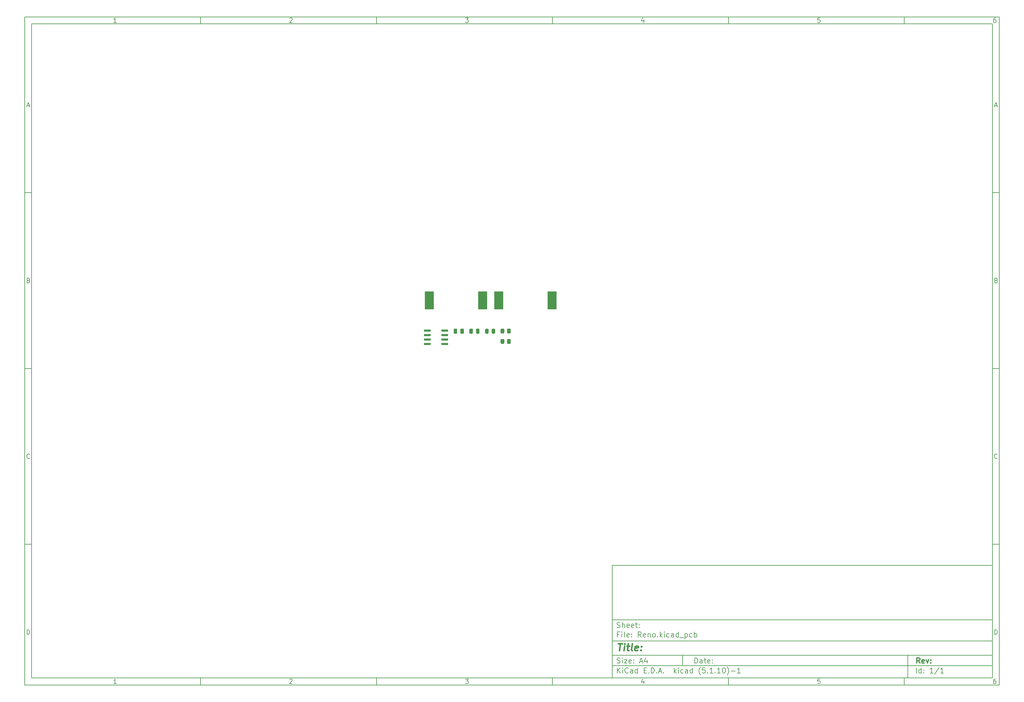
<source format=gbr>
%TF.GenerationSoftware,KiCad,Pcbnew,(5.1.10)-1*%
%TF.CreationDate,2021-09-25T22:05:34-07:00*%
%TF.ProjectId,Reno,52656e6f-2e6b-4696-9361-645f70636258,rev?*%
%TF.SameCoordinates,Original*%
%TF.FileFunction,Paste,Top*%
%TF.FilePolarity,Positive*%
%FSLAX46Y46*%
G04 Gerber Fmt 4.6, Leading zero omitted, Abs format (unit mm)*
G04 Created by KiCad (PCBNEW (5.1.10)-1) date 2021-09-25 22:05:34*
%MOMM*%
%LPD*%
G01*
G04 APERTURE LIST*
%ADD10C,0.100000*%
%ADD11C,0.150000*%
%ADD12C,0.300000*%
%ADD13C,0.400000*%
%ADD14R,2.500000X5.100000*%
G04 APERTURE END LIST*
D10*
D11*
X177002200Y-166007200D02*
X177002200Y-198007200D01*
X285002200Y-198007200D01*
X285002200Y-166007200D01*
X177002200Y-166007200D01*
D10*
D11*
X10000000Y-10000000D02*
X10000000Y-200007200D01*
X287002200Y-200007200D01*
X287002200Y-10000000D01*
X10000000Y-10000000D01*
D10*
D11*
X12000000Y-12000000D02*
X12000000Y-198007200D01*
X285002200Y-198007200D01*
X285002200Y-12000000D01*
X12000000Y-12000000D01*
D10*
D11*
X60000000Y-12000000D02*
X60000000Y-10000000D01*
D10*
D11*
X110000000Y-12000000D02*
X110000000Y-10000000D01*
D10*
D11*
X160000000Y-12000000D02*
X160000000Y-10000000D01*
D10*
D11*
X210000000Y-12000000D02*
X210000000Y-10000000D01*
D10*
D11*
X260000000Y-12000000D02*
X260000000Y-10000000D01*
D10*
D11*
X36065476Y-11588095D02*
X35322619Y-11588095D01*
X35694047Y-11588095D02*
X35694047Y-10288095D01*
X35570238Y-10473809D01*
X35446428Y-10597619D01*
X35322619Y-10659523D01*
D10*
D11*
X85322619Y-10411904D02*
X85384523Y-10350000D01*
X85508333Y-10288095D01*
X85817857Y-10288095D01*
X85941666Y-10350000D01*
X86003571Y-10411904D01*
X86065476Y-10535714D01*
X86065476Y-10659523D01*
X86003571Y-10845238D01*
X85260714Y-11588095D01*
X86065476Y-11588095D01*
D10*
D11*
X135260714Y-10288095D02*
X136065476Y-10288095D01*
X135632142Y-10783333D01*
X135817857Y-10783333D01*
X135941666Y-10845238D01*
X136003571Y-10907142D01*
X136065476Y-11030952D01*
X136065476Y-11340476D01*
X136003571Y-11464285D01*
X135941666Y-11526190D01*
X135817857Y-11588095D01*
X135446428Y-11588095D01*
X135322619Y-11526190D01*
X135260714Y-11464285D01*
D10*
D11*
X185941666Y-10721428D02*
X185941666Y-11588095D01*
X185632142Y-10226190D02*
X185322619Y-11154761D01*
X186127380Y-11154761D01*
D10*
D11*
X236003571Y-10288095D02*
X235384523Y-10288095D01*
X235322619Y-10907142D01*
X235384523Y-10845238D01*
X235508333Y-10783333D01*
X235817857Y-10783333D01*
X235941666Y-10845238D01*
X236003571Y-10907142D01*
X236065476Y-11030952D01*
X236065476Y-11340476D01*
X236003571Y-11464285D01*
X235941666Y-11526190D01*
X235817857Y-11588095D01*
X235508333Y-11588095D01*
X235384523Y-11526190D01*
X235322619Y-11464285D01*
D10*
D11*
X285941666Y-10288095D02*
X285694047Y-10288095D01*
X285570238Y-10350000D01*
X285508333Y-10411904D01*
X285384523Y-10597619D01*
X285322619Y-10845238D01*
X285322619Y-11340476D01*
X285384523Y-11464285D01*
X285446428Y-11526190D01*
X285570238Y-11588095D01*
X285817857Y-11588095D01*
X285941666Y-11526190D01*
X286003571Y-11464285D01*
X286065476Y-11340476D01*
X286065476Y-11030952D01*
X286003571Y-10907142D01*
X285941666Y-10845238D01*
X285817857Y-10783333D01*
X285570238Y-10783333D01*
X285446428Y-10845238D01*
X285384523Y-10907142D01*
X285322619Y-11030952D01*
D10*
D11*
X60000000Y-198007200D02*
X60000000Y-200007200D01*
D10*
D11*
X110000000Y-198007200D02*
X110000000Y-200007200D01*
D10*
D11*
X160000000Y-198007200D02*
X160000000Y-200007200D01*
D10*
D11*
X210000000Y-198007200D02*
X210000000Y-200007200D01*
D10*
D11*
X260000000Y-198007200D02*
X260000000Y-200007200D01*
D10*
D11*
X36065476Y-199595295D02*
X35322619Y-199595295D01*
X35694047Y-199595295D02*
X35694047Y-198295295D01*
X35570238Y-198481009D01*
X35446428Y-198604819D01*
X35322619Y-198666723D01*
D10*
D11*
X85322619Y-198419104D02*
X85384523Y-198357200D01*
X85508333Y-198295295D01*
X85817857Y-198295295D01*
X85941666Y-198357200D01*
X86003571Y-198419104D01*
X86065476Y-198542914D01*
X86065476Y-198666723D01*
X86003571Y-198852438D01*
X85260714Y-199595295D01*
X86065476Y-199595295D01*
D10*
D11*
X135260714Y-198295295D02*
X136065476Y-198295295D01*
X135632142Y-198790533D01*
X135817857Y-198790533D01*
X135941666Y-198852438D01*
X136003571Y-198914342D01*
X136065476Y-199038152D01*
X136065476Y-199347676D01*
X136003571Y-199471485D01*
X135941666Y-199533390D01*
X135817857Y-199595295D01*
X135446428Y-199595295D01*
X135322619Y-199533390D01*
X135260714Y-199471485D01*
D10*
D11*
X185941666Y-198728628D02*
X185941666Y-199595295D01*
X185632142Y-198233390D02*
X185322619Y-199161961D01*
X186127380Y-199161961D01*
D10*
D11*
X236003571Y-198295295D02*
X235384523Y-198295295D01*
X235322619Y-198914342D01*
X235384523Y-198852438D01*
X235508333Y-198790533D01*
X235817857Y-198790533D01*
X235941666Y-198852438D01*
X236003571Y-198914342D01*
X236065476Y-199038152D01*
X236065476Y-199347676D01*
X236003571Y-199471485D01*
X235941666Y-199533390D01*
X235817857Y-199595295D01*
X235508333Y-199595295D01*
X235384523Y-199533390D01*
X235322619Y-199471485D01*
D10*
D11*
X285941666Y-198295295D02*
X285694047Y-198295295D01*
X285570238Y-198357200D01*
X285508333Y-198419104D01*
X285384523Y-198604819D01*
X285322619Y-198852438D01*
X285322619Y-199347676D01*
X285384523Y-199471485D01*
X285446428Y-199533390D01*
X285570238Y-199595295D01*
X285817857Y-199595295D01*
X285941666Y-199533390D01*
X286003571Y-199471485D01*
X286065476Y-199347676D01*
X286065476Y-199038152D01*
X286003571Y-198914342D01*
X285941666Y-198852438D01*
X285817857Y-198790533D01*
X285570238Y-198790533D01*
X285446428Y-198852438D01*
X285384523Y-198914342D01*
X285322619Y-199038152D01*
D10*
D11*
X10000000Y-60000000D02*
X12000000Y-60000000D01*
D10*
D11*
X10000000Y-110000000D02*
X12000000Y-110000000D01*
D10*
D11*
X10000000Y-160000000D02*
X12000000Y-160000000D01*
D10*
D11*
X10690476Y-35216666D02*
X11309523Y-35216666D01*
X10566666Y-35588095D02*
X11000000Y-34288095D01*
X11433333Y-35588095D01*
D10*
D11*
X11092857Y-84907142D02*
X11278571Y-84969047D01*
X11340476Y-85030952D01*
X11402380Y-85154761D01*
X11402380Y-85340476D01*
X11340476Y-85464285D01*
X11278571Y-85526190D01*
X11154761Y-85588095D01*
X10659523Y-85588095D01*
X10659523Y-84288095D01*
X11092857Y-84288095D01*
X11216666Y-84350000D01*
X11278571Y-84411904D01*
X11340476Y-84535714D01*
X11340476Y-84659523D01*
X11278571Y-84783333D01*
X11216666Y-84845238D01*
X11092857Y-84907142D01*
X10659523Y-84907142D01*
D10*
D11*
X11402380Y-135464285D02*
X11340476Y-135526190D01*
X11154761Y-135588095D01*
X11030952Y-135588095D01*
X10845238Y-135526190D01*
X10721428Y-135402380D01*
X10659523Y-135278571D01*
X10597619Y-135030952D01*
X10597619Y-134845238D01*
X10659523Y-134597619D01*
X10721428Y-134473809D01*
X10845238Y-134350000D01*
X11030952Y-134288095D01*
X11154761Y-134288095D01*
X11340476Y-134350000D01*
X11402380Y-134411904D01*
D10*
D11*
X10659523Y-185588095D02*
X10659523Y-184288095D01*
X10969047Y-184288095D01*
X11154761Y-184350000D01*
X11278571Y-184473809D01*
X11340476Y-184597619D01*
X11402380Y-184845238D01*
X11402380Y-185030952D01*
X11340476Y-185278571D01*
X11278571Y-185402380D01*
X11154761Y-185526190D01*
X10969047Y-185588095D01*
X10659523Y-185588095D01*
D10*
D11*
X287002200Y-60000000D02*
X285002200Y-60000000D01*
D10*
D11*
X287002200Y-110000000D02*
X285002200Y-110000000D01*
D10*
D11*
X287002200Y-160000000D02*
X285002200Y-160000000D01*
D10*
D11*
X285692676Y-35216666D02*
X286311723Y-35216666D01*
X285568866Y-35588095D02*
X286002200Y-34288095D01*
X286435533Y-35588095D01*
D10*
D11*
X286095057Y-84907142D02*
X286280771Y-84969047D01*
X286342676Y-85030952D01*
X286404580Y-85154761D01*
X286404580Y-85340476D01*
X286342676Y-85464285D01*
X286280771Y-85526190D01*
X286156961Y-85588095D01*
X285661723Y-85588095D01*
X285661723Y-84288095D01*
X286095057Y-84288095D01*
X286218866Y-84350000D01*
X286280771Y-84411904D01*
X286342676Y-84535714D01*
X286342676Y-84659523D01*
X286280771Y-84783333D01*
X286218866Y-84845238D01*
X286095057Y-84907142D01*
X285661723Y-84907142D01*
D10*
D11*
X286404580Y-135464285D02*
X286342676Y-135526190D01*
X286156961Y-135588095D01*
X286033152Y-135588095D01*
X285847438Y-135526190D01*
X285723628Y-135402380D01*
X285661723Y-135278571D01*
X285599819Y-135030952D01*
X285599819Y-134845238D01*
X285661723Y-134597619D01*
X285723628Y-134473809D01*
X285847438Y-134350000D01*
X286033152Y-134288095D01*
X286156961Y-134288095D01*
X286342676Y-134350000D01*
X286404580Y-134411904D01*
D10*
D11*
X285661723Y-185588095D02*
X285661723Y-184288095D01*
X285971247Y-184288095D01*
X286156961Y-184350000D01*
X286280771Y-184473809D01*
X286342676Y-184597619D01*
X286404580Y-184845238D01*
X286404580Y-185030952D01*
X286342676Y-185278571D01*
X286280771Y-185402380D01*
X286156961Y-185526190D01*
X285971247Y-185588095D01*
X285661723Y-185588095D01*
D10*
D11*
X200434342Y-193785771D02*
X200434342Y-192285771D01*
X200791485Y-192285771D01*
X201005771Y-192357200D01*
X201148628Y-192500057D01*
X201220057Y-192642914D01*
X201291485Y-192928628D01*
X201291485Y-193142914D01*
X201220057Y-193428628D01*
X201148628Y-193571485D01*
X201005771Y-193714342D01*
X200791485Y-193785771D01*
X200434342Y-193785771D01*
X202577200Y-193785771D02*
X202577200Y-193000057D01*
X202505771Y-192857200D01*
X202362914Y-192785771D01*
X202077200Y-192785771D01*
X201934342Y-192857200D01*
X202577200Y-193714342D02*
X202434342Y-193785771D01*
X202077200Y-193785771D01*
X201934342Y-193714342D01*
X201862914Y-193571485D01*
X201862914Y-193428628D01*
X201934342Y-193285771D01*
X202077200Y-193214342D01*
X202434342Y-193214342D01*
X202577200Y-193142914D01*
X203077200Y-192785771D02*
X203648628Y-192785771D01*
X203291485Y-192285771D02*
X203291485Y-193571485D01*
X203362914Y-193714342D01*
X203505771Y-193785771D01*
X203648628Y-193785771D01*
X204720057Y-193714342D02*
X204577200Y-193785771D01*
X204291485Y-193785771D01*
X204148628Y-193714342D01*
X204077200Y-193571485D01*
X204077200Y-193000057D01*
X204148628Y-192857200D01*
X204291485Y-192785771D01*
X204577200Y-192785771D01*
X204720057Y-192857200D01*
X204791485Y-193000057D01*
X204791485Y-193142914D01*
X204077200Y-193285771D01*
X205434342Y-193642914D02*
X205505771Y-193714342D01*
X205434342Y-193785771D01*
X205362914Y-193714342D01*
X205434342Y-193642914D01*
X205434342Y-193785771D01*
X205434342Y-192857200D02*
X205505771Y-192928628D01*
X205434342Y-193000057D01*
X205362914Y-192928628D01*
X205434342Y-192857200D01*
X205434342Y-193000057D01*
D10*
D11*
X177002200Y-194507200D02*
X285002200Y-194507200D01*
D10*
D11*
X178434342Y-196585771D02*
X178434342Y-195085771D01*
X179291485Y-196585771D02*
X178648628Y-195728628D01*
X179291485Y-195085771D02*
X178434342Y-195942914D01*
X179934342Y-196585771D02*
X179934342Y-195585771D01*
X179934342Y-195085771D02*
X179862914Y-195157200D01*
X179934342Y-195228628D01*
X180005771Y-195157200D01*
X179934342Y-195085771D01*
X179934342Y-195228628D01*
X181505771Y-196442914D02*
X181434342Y-196514342D01*
X181220057Y-196585771D01*
X181077200Y-196585771D01*
X180862914Y-196514342D01*
X180720057Y-196371485D01*
X180648628Y-196228628D01*
X180577200Y-195942914D01*
X180577200Y-195728628D01*
X180648628Y-195442914D01*
X180720057Y-195300057D01*
X180862914Y-195157200D01*
X181077200Y-195085771D01*
X181220057Y-195085771D01*
X181434342Y-195157200D01*
X181505771Y-195228628D01*
X182791485Y-196585771D02*
X182791485Y-195800057D01*
X182720057Y-195657200D01*
X182577200Y-195585771D01*
X182291485Y-195585771D01*
X182148628Y-195657200D01*
X182791485Y-196514342D02*
X182648628Y-196585771D01*
X182291485Y-196585771D01*
X182148628Y-196514342D01*
X182077200Y-196371485D01*
X182077200Y-196228628D01*
X182148628Y-196085771D01*
X182291485Y-196014342D01*
X182648628Y-196014342D01*
X182791485Y-195942914D01*
X184148628Y-196585771D02*
X184148628Y-195085771D01*
X184148628Y-196514342D02*
X184005771Y-196585771D01*
X183720057Y-196585771D01*
X183577200Y-196514342D01*
X183505771Y-196442914D01*
X183434342Y-196300057D01*
X183434342Y-195871485D01*
X183505771Y-195728628D01*
X183577200Y-195657200D01*
X183720057Y-195585771D01*
X184005771Y-195585771D01*
X184148628Y-195657200D01*
X186005771Y-195800057D02*
X186505771Y-195800057D01*
X186720057Y-196585771D02*
X186005771Y-196585771D01*
X186005771Y-195085771D01*
X186720057Y-195085771D01*
X187362914Y-196442914D02*
X187434342Y-196514342D01*
X187362914Y-196585771D01*
X187291485Y-196514342D01*
X187362914Y-196442914D01*
X187362914Y-196585771D01*
X188077200Y-196585771D02*
X188077200Y-195085771D01*
X188434342Y-195085771D01*
X188648628Y-195157200D01*
X188791485Y-195300057D01*
X188862914Y-195442914D01*
X188934342Y-195728628D01*
X188934342Y-195942914D01*
X188862914Y-196228628D01*
X188791485Y-196371485D01*
X188648628Y-196514342D01*
X188434342Y-196585771D01*
X188077200Y-196585771D01*
X189577200Y-196442914D02*
X189648628Y-196514342D01*
X189577200Y-196585771D01*
X189505771Y-196514342D01*
X189577200Y-196442914D01*
X189577200Y-196585771D01*
X190220057Y-196157200D02*
X190934342Y-196157200D01*
X190077200Y-196585771D02*
X190577200Y-195085771D01*
X191077200Y-196585771D01*
X191577200Y-196442914D02*
X191648628Y-196514342D01*
X191577200Y-196585771D01*
X191505771Y-196514342D01*
X191577200Y-196442914D01*
X191577200Y-196585771D01*
X194577200Y-196585771D02*
X194577200Y-195085771D01*
X194720057Y-196014342D02*
X195148628Y-196585771D01*
X195148628Y-195585771D02*
X194577200Y-196157200D01*
X195791485Y-196585771D02*
X195791485Y-195585771D01*
X195791485Y-195085771D02*
X195720057Y-195157200D01*
X195791485Y-195228628D01*
X195862914Y-195157200D01*
X195791485Y-195085771D01*
X195791485Y-195228628D01*
X197148628Y-196514342D02*
X197005771Y-196585771D01*
X196720057Y-196585771D01*
X196577200Y-196514342D01*
X196505771Y-196442914D01*
X196434342Y-196300057D01*
X196434342Y-195871485D01*
X196505771Y-195728628D01*
X196577200Y-195657200D01*
X196720057Y-195585771D01*
X197005771Y-195585771D01*
X197148628Y-195657200D01*
X198434342Y-196585771D02*
X198434342Y-195800057D01*
X198362914Y-195657200D01*
X198220057Y-195585771D01*
X197934342Y-195585771D01*
X197791485Y-195657200D01*
X198434342Y-196514342D02*
X198291485Y-196585771D01*
X197934342Y-196585771D01*
X197791485Y-196514342D01*
X197720057Y-196371485D01*
X197720057Y-196228628D01*
X197791485Y-196085771D01*
X197934342Y-196014342D01*
X198291485Y-196014342D01*
X198434342Y-195942914D01*
X199791485Y-196585771D02*
X199791485Y-195085771D01*
X199791485Y-196514342D02*
X199648628Y-196585771D01*
X199362914Y-196585771D01*
X199220057Y-196514342D01*
X199148628Y-196442914D01*
X199077200Y-196300057D01*
X199077200Y-195871485D01*
X199148628Y-195728628D01*
X199220057Y-195657200D01*
X199362914Y-195585771D01*
X199648628Y-195585771D01*
X199791485Y-195657200D01*
X202077200Y-197157200D02*
X202005771Y-197085771D01*
X201862914Y-196871485D01*
X201791485Y-196728628D01*
X201720057Y-196514342D01*
X201648628Y-196157200D01*
X201648628Y-195871485D01*
X201720057Y-195514342D01*
X201791485Y-195300057D01*
X201862914Y-195157200D01*
X202005771Y-194942914D01*
X202077200Y-194871485D01*
X203362914Y-195085771D02*
X202648628Y-195085771D01*
X202577200Y-195800057D01*
X202648628Y-195728628D01*
X202791485Y-195657200D01*
X203148628Y-195657200D01*
X203291485Y-195728628D01*
X203362914Y-195800057D01*
X203434342Y-195942914D01*
X203434342Y-196300057D01*
X203362914Y-196442914D01*
X203291485Y-196514342D01*
X203148628Y-196585771D01*
X202791485Y-196585771D01*
X202648628Y-196514342D01*
X202577200Y-196442914D01*
X204077200Y-196442914D02*
X204148628Y-196514342D01*
X204077200Y-196585771D01*
X204005771Y-196514342D01*
X204077200Y-196442914D01*
X204077200Y-196585771D01*
X205577200Y-196585771D02*
X204720057Y-196585771D01*
X205148628Y-196585771D02*
X205148628Y-195085771D01*
X205005771Y-195300057D01*
X204862914Y-195442914D01*
X204720057Y-195514342D01*
X206220057Y-196442914D02*
X206291485Y-196514342D01*
X206220057Y-196585771D01*
X206148628Y-196514342D01*
X206220057Y-196442914D01*
X206220057Y-196585771D01*
X207720057Y-196585771D02*
X206862914Y-196585771D01*
X207291485Y-196585771D02*
X207291485Y-195085771D01*
X207148628Y-195300057D01*
X207005771Y-195442914D01*
X206862914Y-195514342D01*
X208648628Y-195085771D02*
X208791485Y-195085771D01*
X208934342Y-195157200D01*
X209005771Y-195228628D01*
X209077200Y-195371485D01*
X209148628Y-195657200D01*
X209148628Y-196014342D01*
X209077200Y-196300057D01*
X209005771Y-196442914D01*
X208934342Y-196514342D01*
X208791485Y-196585771D01*
X208648628Y-196585771D01*
X208505771Y-196514342D01*
X208434342Y-196442914D01*
X208362914Y-196300057D01*
X208291485Y-196014342D01*
X208291485Y-195657200D01*
X208362914Y-195371485D01*
X208434342Y-195228628D01*
X208505771Y-195157200D01*
X208648628Y-195085771D01*
X209648628Y-197157200D02*
X209720057Y-197085771D01*
X209862914Y-196871485D01*
X209934342Y-196728628D01*
X210005771Y-196514342D01*
X210077200Y-196157200D01*
X210077200Y-195871485D01*
X210005771Y-195514342D01*
X209934342Y-195300057D01*
X209862914Y-195157200D01*
X209720057Y-194942914D01*
X209648628Y-194871485D01*
X210791485Y-196014342D02*
X211934342Y-196014342D01*
X213434342Y-196585771D02*
X212577200Y-196585771D01*
X213005771Y-196585771D02*
X213005771Y-195085771D01*
X212862914Y-195300057D01*
X212720057Y-195442914D01*
X212577200Y-195514342D01*
D10*
D11*
X177002200Y-191507200D02*
X285002200Y-191507200D01*
D10*
D12*
X264411485Y-193785771D02*
X263911485Y-193071485D01*
X263554342Y-193785771D02*
X263554342Y-192285771D01*
X264125771Y-192285771D01*
X264268628Y-192357200D01*
X264340057Y-192428628D01*
X264411485Y-192571485D01*
X264411485Y-192785771D01*
X264340057Y-192928628D01*
X264268628Y-193000057D01*
X264125771Y-193071485D01*
X263554342Y-193071485D01*
X265625771Y-193714342D02*
X265482914Y-193785771D01*
X265197200Y-193785771D01*
X265054342Y-193714342D01*
X264982914Y-193571485D01*
X264982914Y-193000057D01*
X265054342Y-192857200D01*
X265197200Y-192785771D01*
X265482914Y-192785771D01*
X265625771Y-192857200D01*
X265697200Y-193000057D01*
X265697200Y-193142914D01*
X264982914Y-193285771D01*
X266197200Y-192785771D02*
X266554342Y-193785771D01*
X266911485Y-192785771D01*
X267482914Y-193642914D02*
X267554342Y-193714342D01*
X267482914Y-193785771D01*
X267411485Y-193714342D01*
X267482914Y-193642914D01*
X267482914Y-193785771D01*
X267482914Y-192857200D02*
X267554342Y-192928628D01*
X267482914Y-193000057D01*
X267411485Y-192928628D01*
X267482914Y-192857200D01*
X267482914Y-193000057D01*
D10*
D11*
X178362914Y-193714342D02*
X178577200Y-193785771D01*
X178934342Y-193785771D01*
X179077200Y-193714342D01*
X179148628Y-193642914D01*
X179220057Y-193500057D01*
X179220057Y-193357200D01*
X179148628Y-193214342D01*
X179077200Y-193142914D01*
X178934342Y-193071485D01*
X178648628Y-193000057D01*
X178505771Y-192928628D01*
X178434342Y-192857200D01*
X178362914Y-192714342D01*
X178362914Y-192571485D01*
X178434342Y-192428628D01*
X178505771Y-192357200D01*
X178648628Y-192285771D01*
X179005771Y-192285771D01*
X179220057Y-192357200D01*
X179862914Y-193785771D02*
X179862914Y-192785771D01*
X179862914Y-192285771D02*
X179791485Y-192357200D01*
X179862914Y-192428628D01*
X179934342Y-192357200D01*
X179862914Y-192285771D01*
X179862914Y-192428628D01*
X180434342Y-192785771D02*
X181220057Y-192785771D01*
X180434342Y-193785771D01*
X181220057Y-193785771D01*
X182362914Y-193714342D02*
X182220057Y-193785771D01*
X181934342Y-193785771D01*
X181791485Y-193714342D01*
X181720057Y-193571485D01*
X181720057Y-193000057D01*
X181791485Y-192857200D01*
X181934342Y-192785771D01*
X182220057Y-192785771D01*
X182362914Y-192857200D01*
X182434342Y-193000057D01*
X182434342Y-193142914D01*
X181720057Y-193285771D01*
X183077200Y-193642914D02*
X183148628Y-193714342D01*
X183077200Y-193785771D01*
X183005771Y-193714342D01*
X183077200Y-193642914D01*
X183077200Y-193785771D01*
X183077200Y-192857200D02*
X183148628Y-192928628D01*
X183077200Y-193000057D01*
X183005771Y-192928628D01*
X183077200Y-192857200D01*
X183077200Y-193000057D01*
X184862914Y-193357200D02*
X185577200Y-193357200D01*
X184720057Y-193785771D02*
X185220057Y-192285771D01*
X185720057Y-193785771D01*
X186862914Y-192785771D02*
X186862914Y-193785771D01*
X186505771Y-192214342D02*
X186148628Y-193285771D01*
X187077200Y-193285771D01*
D10*
D11*
X263434342Y-196585771D02*
X263434342Y-195085771D01*
X264791485Y-196585771D02*
X264791485Y-195085771D01*
X264791485Y-196514342D02*
X264648628Y-196585771D01*
X264362914Y-196585771D01*
X264220057Y-196514342D01*
X264148628Y-196442914D01*
X264077200Y-196300057D01*
X264077200Y-195871485D01*
X264148628Y-195728628D01*
X264220057Y-195657200D01*
X264362914Y-195585771D01*
X264648628Y-195585771D01*
X264791485Y-195657200D01*
X265505771Y-196442914D02*
X265577200Y-196514342D01*
X265505771Y-196585771D01*
X265434342Y-196514342D01*
X265505771Y-196442914D01*
X265505771Y-196585771D01*
X265505771Y-195657200D02*
X265577200Y-195728628D01*
X265505771Y-195800057D01*
X265434342Y-195728628D01*
X265505771Y-195657200D01*
X265505771Y-195800057D01*
X268148628Y-196585771D02*
X267291485Y-196585771D01*
X267720057Y-196585771D02*
X267720057Y-195085771D01*
X267577200Y-195300057D01*
X267434342Y-195442914D01*
X267291485Y-195514342D01*
X269862914Y-195014342D02*
X268577200Y-196942914D01*
X271148628Y-196585771D02*
X270291485Y-196585771D01*
X270720057Y-196585771D02*
X270720057Y-195085771D01*
X270577200Y-195300057D01*
X270434342Y-195442914D01*
X270291485Y-195514342D01*
D10*
D11*
X177002200Y-187507200D02*
X285002200Y-187507200D01*
D10*
D13*
X178714580Y-188211961D02*
X179857438Y-188211961D01*
X179036009Y-190211961D02*
X179286009Y-188211961D01*
X180274104Y-190211961D02*
X180440771Y-188878628D01*
X180524104Y-188211961D02*
X180416961Y-188307200D01*
X180500295Y-188402438D01*
X180607438Y-188307200D01*
X180524104Y-188211961D01*
X180500295Y-188402438D01*
X181107438Y-188878628D02*
X181869342Y-188878628D01*
X181476485Y-188211961D02*
X181262200Y-189926247D01*
X181333628Y-190116723D01*
X181512200Y-190211961D01*
X181702676Y-190211961D01*
X182655057Y-190211961D02*
X182476485Y-190116723D01*
X182405057Y-189926247D01*
X182619342Y-188211961D01*
X184190771Y-190116723D02*
X183988390Y-190211961D01*
X183607438Y-190211961D01*
X183428866Y-190116723D01*
X183357438Y-189926247D01*
X183452676Y-189164342D01*
X183571723Y-188973866D01*
X183774104Y-188878628D01*
X184155057Y-188878628D01*
X184333628Y-188973866D01*
X184405057Y-189164342D01*
X184381247Y-189354819D01*
X183405057Y-189545295D01*
X185155057Y-190021485D02*
X185238390Y-190116723D01*
X185131247Y-190211961D01*
X185047914Y-190116723D01*
X185155057Y-190021485D01*
X185131247Y-190211961D01*
X185286009Y-188973866D02*
X185369342Y-189069104D01*
X185262200Y-189164342D01*
X185178866Y-189069104D01*
X185286009Y-188973866D01*
X185262200Y-189164342D01*
D10*
D11*
X178934342Y-185600057D02*
X178434342Y-185600057D01*
X178434342Y-186385771D02*
X178434342Y-184885771D01*
X179148628Y-184885771D01*
X179720057Y-186385771D02*
X179720057Y-185385771D01*
X179720057Y-184885771D02*
X179648628Y-184957200D01*
X179720057Y-185028628D01*
X179791485Y-184957200D01*
X179720057Y-184885771D01*
X179720057Y-185028628D01*
X180648628Y-186385771D02*
X180505771Y-186314342D01*
X180434342Y-186171485D01*
X180434342Y-184885771D01*
X181791485Y-186314342D02*
X181648628Y-186385771D01*
X181362914Y-186385771D01*
X181220057Y-186314342D01*
X181148628Y-186171485D01*
X181148628Y-185600057D01*
X181220057Y-185457200D01*
X181362914Y-185385771D01*
X181648628Y-185385771D01*
X181791485Y-185457200D01*
X181862914Y-185600057D01*
X181862914Y-185742914D01*
X181148628Y-185885771D01*
X182505771Y-186242914D02*
X182577200Y-186314342D01*
X182505771Y-186385771D01*
X182434342Y-186314342D01*
X182505771Y-186242914D01*
X182505771Y-186385771D01*
X182505771Y-185457200D02*
X182577200Y-185528628D01*
X182505771Y-185600057D01*
X182434342Y-185528628D01*
X182505771Y-185457200D01*
X182505771Y-185600057D01*
X185220057Y-186385771D02*
X184720057Y-185671485D01*
X184362914Y-186385771D02*
X184362914Y-184885771D01*
X184934342Y-184885771D01*
X185077200Y-184957200D01*
X185148628Y-185028628D01*
X185220057Y-185171485D01*
X185220057Y-185385771D01*
X185148628Y-185528628D01*
X185077200Y-185600057D01*
X184934342Y-185671485D01*
X184362914Y-185671485D01*
X186434342Y-186314342D02*
X186291485Y-186385771D01*
X186005771Y-186385771D01*
X185862914Y-186314342D01*
X185791485Y-186171485D01*
X185791485Y-185600057D01*
X185862914Y-185457200D01*
X186005771Y-185385771D01*
X186291485Y-185385771D01*
X186434342Y-185457200D01*
X186505771Y-185600057D01*
X186505771Y-185742914D01*
X185791485Y-185885771D01*
X187148628Y-185385771D02*
X187148628Y-186385771D01*
X187148628Y-185528628D02*
X187220057Y-185457200D01*
X187362914Y-185385771D01*
X187577200Y-185385771D01*
X187720057Y-185457200D01*
X187791485Y-185600057D01*
X187791485Y-186385771D01*
X188720057Y-186385771D02*
X188577200Y-186314342D01*
X188505771Y-186242914D01*
X188434342Y-186100057D01*
X188434342Y-185671485D01*
X188505771Y-185528628D01*
X188577200Y-185457200D01*
X188720057Y-185385771D01*
X188934342Y-185385771D01*
X189077200Y-185457200D01*
X189148628Y-185528628D01*
X189220057Y-185671485D01*
X189220057Y-186100057D01*
X189148628Y-186242914D01*
X189077200Y-186314342D01*
X188934342Y-186385771D01*
X188720057Y-186385771D01*
X189862914Y-186242914D02*
X189934342Y-186314342D01*
X189862914Y-186385771D01*
X189791485Y-186314342D01*
X189862914Y-186242914D01*
X189862914Y-186385771D01*
X190577200Y-186385771D02*
X190577200Y-184885771D01*
X190720057Y-185814342D02*
X191148628Y-186385771D01*
X191148628Y-185385771D02*
X190577200Y-185957200D01*
X191791485Y-186385771D02*
X191791485Y-185385771D01*
X191791485Y-184885771D02*
X191720057Y-184957200D01*
X191791485Y-185028628D01*
X191862914Y-184957200D01*
X191791485Y-184885771D01*
X191791485Y-185028628D01*
X193148628Y-186314342D02*
X193005771Y-186385771D01*
X192720057Y-186385771D01*
X192577200Y-186314342D01*
X192505771Y-186242914D01*
X192434342Y-186100057D01*
X192434342Y-185671485D01*
X192505771Y-185528628D01*
X192577200Y-185457200D01*
X192720057Y-185385771D01*
X193005771Y-185385771D01*
X193148628Y-185457200D01*
X194434342Y-186385771D02*
X194434342Y-185600057D01*
X194362914Y-185457200D01*
X194220057Y-185385771D01*
X193934342Y-185385771D01*
X193791485Y-185457200D01*
X194434342Y-186314342D02*
X194291485Y-186385771D01*
X193934342Y-186385771D01*
X193791485Y-186314342D01*
X193720057Y-186171485D01*
X193720057Y-186028628D01*
X193791485Y-185885771D01*
X193934342Y-185814342D01*
X194291485Y-185814342D01*
X194434342Y-185742914D01*
X195791485Y-186385771D02*
X195791485Y-184885771D01*
X195791485Y-186314342D02*
X195648628Y-186385771D01*
X195362914Y-186385771D01*
X195220057Y-186314342D01*
X195148628Y-186242914D01*
X195077200Y-186100057D01*
X195077200Y-185671485D01*
X195148628Y-185528628D01*
X195220057Y-185457200D01*
X195362914Y-185385771D01*
X195648628Y-185385771D01*
X195791485Y-185457200D01*
X196148628Y-186528628D02*
X197291485Y-186528628D01*
X197648628Y-185385771D02*
X197648628Y-186885771D01*
X197648628Y-185457200D02*
X197791485Y-185385771D01*
X198077200Y-185385771D01*
X198220057Y-185457200D01*
X198291485Y-185528628D01*
X198362914Y-185671485D01*
X198362914Y-186100057D01*
X198291485Y-186242914D01*
X198220057Y-186314342D01*
X198077200Y-186385771D01*
X197791485Y-186385771D01*
X197648628Y-186314342D01*
X199648628Y-186314342D02*
X199505771Y-186385771D01*
X199220057Y-186385771D01*
X199077200Y-186314342D01*
X199005771Y-186242914D01*
X198934342Y-186100057D01*
X198934342Y-185671485D01*
X199005771Y-185528628D01*
X199077200Y-185457200D01*
X199220057Y-185385771D01*
X199505771Y-185385771D01*
X199648628Y-185457200D01*
X200291485Y-186385771D02*
X200291485Y-184885771D01*
X200291485Y-185457200D02*
X200434342Y-185385771D01*
X200720057Y-185385771D01*
X200862914Y-185457200D01*
X200934342Y-185528628D01*
X201005771Y-185671485D01*
X201005771Y-186100057D01*
X200934342Y-186242914D01*
X200862914Y-186314342D01*
X200720057Y-186385771D01*
X200434342Y-186385771D01*
X200291485Y-186314342D01*
D10*
D11*
X177002200Y-181507200D02*
X285002200Y-181507200D01*
D10*
D11*
X178362914Y-183614342D02*
X178577200Y-183685771D01*
X178934342Y-183685771D01*
X179077200Y-183614342D01*
X179148628Y-183542914D01*
X179220057Y-183400057D01*
X179220057Y-183257200D01*
X179148628Y-183114342D01*
X179077200Y-183042914D01*
X178934342Y-182971485D01*
X178648628Y-182900057D01*
X178505771Y-182828628D01*
X178434342Y-182757200D01*
X178362914Y-182614342D01*
X178362914Y-182471485D01*
X178434342Y-182328628D01*
X178505771Y-182257200D01*
X178648628Y-182185771D01*
X179005771Y-182185771D01*
X179220057Y-182257200D01*
X179862914Y-183685771D02*
X179862914Y-182185771D01*
X180505771Y-183685771D02*
X180505771Y-182900057D01*
X180434342Y-182757200D01*
X180291485Y-182685771D01*
X180077200Y-182685771D01*
X179934342Y-182757200D01*
X179862914Y-182828628D01*
X181791485Y-183614342D02*
X181648628Y-183685771D01*
X181362914Y-183685771D01*
X181220057Y-183614342D01*
X181148628Y-183471485D01*
X181148628Y-182900057D01*
X181220057Y-182757200D01*
X181362914Y-182685771D01*
X181648628Y-182685771D01*
X181791485Y-182757200D01*
X181862914Y-182900057D01*
X181862914Y-183042914D01*
X181148628Y-183185771D01*
X183077200Y-183614342D02*
X182934342Y-183685771D01*
X182648628Y-183685771D01*
X182505771Y-183614342D01*
X182434342Y-183471485D01*
X182434342Y-182900057D01*
X182505771Y-182757200D01*
X182648628Y-182685771D01*
X182934342Y-182685771D01*
X183077200Y-182757200D01*
X183148628Y-182900057D01*
X183148628Y-183042914D01*
X182434342Y-183185771D01*
X183577200Y-182685771D02*
X184148628Y-182685771D01*
X183791485Y-182185771D02*
X183791485Y-183471485D01*
X183862914Y-183614342D01*
X184005771Y-183685771D01*
X184148628Y-183685771D01*
X184648628Y-183542914D02*
X184720057Y-183614342D01*
X184648628Y-183685771D01*
X184577200Y-183614342D01*
X184648628Y-183542914D01*
X184648628Y-183685771D01*
X184648628Y-182757200D02*
X184720057Y-182828628D01*
X184648628Y-182900057D01*
X184577200Y-182828628D01*
X184648628Y-182757200D01*
X184648628Y-182900057D01*
D10*
D11*
X197002200Y-191507200D02*
X197002200Y-194507200D01*
D10*
D11*
X261002200Y-191507200D02*
X261002200Y-198007200D01*
D14*
%TO.C,BT1*%
X140165001Y-90595001D03*
X124965001Y-90595001D03*
%TD*%
%TO.C,BT2*%
X144715001Y-90595001D03*
X159915001Y-90595001D03*
%TD*%
%TO.C,C1*%
G36*
G01*
X133815001Y-99850001D02*
X133815001Y-98900001D01*
G75*
G02*
X134065001Y-98650001I250000J0D01*
G01*
X134565001Y-98650001D01*
G75*
G02*
X134815001Y-98900001I0J-250000D01*
G01*
X134815001Y-99850001D01*
G75*
G02*
X134565001Y-100100001I-250000J0D01*
G01*
X134065001Y-100100001D01*
G75*
G02*
X133815001Y-99850001I0J250000D01*
G01*
G37*
G36*
G01*
X131915001Y-99850001D02*
X131915001Y-98900001D01*
G75*
G02*
X132165001Y-98650001I250000J0D01*
G01*
X132665001Y-98650001D01*
G75*
G02*
X132915001Y-98900001I0J-250000D01*
G01*
X132915001Y-99850001D01*
G75*
G02*
X132665001Y-100100001I-250000J0D01*
G01*
X132165001Y-100100001D01*
G75*
G02*
X131915001Y-99850001I0J250000D01*
G01*
G37*
%TD*%
%TO.C,C2*%
G36*
G01*
X136365001Y-99850001D02*
X136365001Y-98900001D01*
G75*
G02*
X136615001Y-98650001I250000J0D01*
G01*
X137115001Y-98650001D01*
G75*
G02*
X137365001Y-98900001I0J-250000D01*
G01*
X137365001Y-99850001D01*
G75*
G02*
X137115001Y-100100001I-250000J0D01*
G01*
X136615001Y-100100001D01*
G75*
G02*
X136365001Y-99850001I0J250000D01*
G01*
G37*
G36*
G01*
X138265001Y-99850001D02*
X138265001Y-98900001D01*
G75*
G02*
X138515001Y-98650001I250000J0D01*
G01*
X139015001Y-98650001D01*
G75*
G02*
X139265001Y-98900001I0J-250000D01*
G01*
X139265001Y-99850001D01*
G75*
G02*
X139015001Y-100100001I-250000J0D01*
G01*
X138515001Y-100100001D01*
G75*
G02*
X138265001Y-99850001I0J250000D01*
G01*
G37*
%TD*%
%TO.C,D1*%
G36*
G01*
X140860001Y-99846251D02*
X140860001Y-98933751D01*
G75*
G02*
X141103751Y-98690001I243750J0D01*
G01*
X141591251Y-98690001D01*
G75*
G02*
X141835001Y-98933751I0J-243750D01*
G01*
X141835001Y-99846251D01*
G75*
G02*
X141591251Y-100090001I-243750J0D01*
G01*
X141103751Y-100090001D01*
G75*
G02*
X140860001Y-99846251I0J243750D01*
G01*
G37*
G36*
G01*
X142735001Y-99846251D02*
X142735001Y-98933751D01*
G75*
G02*
X142978751Y-98690001I243750J0D01*
G01*
X143466251Y-98690001D01*
G75*
G02*
X143710001Y-98933751I0J-243750D01*
G01*
X143710001Y-99846251D01*
G75*
G02*
X143466251Y-100090001I-243750J0D01*
G01*
X142978751Y-100090001D01*
G75*
G02*
X142735001Y-99846251I0J243750D01*
G01*
G37*
%TD*%
%TO.C,R1*%
G36*
G01*
X147095001Y-99795002D02*
X147095001Y-98895000D01*
G75*
G02*
X147345000Y-98645001I249999J0D01*
G01*
X147870002Y-98645001D01*
G75*
G02*
X148120001Y-98895000I0J-249999D01*
G01*
X148120001Y-99795002D01*
G75*
G02*
X147870002Y-100045001I-249999J0D01*
G01*
X147345000Y-100045001D01*
G75*
G02*
X147095001Y-99795002I0J249999D01*
G01*
G37*
G36*
G01*
X145270001Y-99795002D02*
X145270001Y-98895000D01*
G75*
G02*
X145520000Y-98645001I249999J0D01*
G01*
X146045002Y-98645001D01*
G75*
G02*
X146295001Y-98895000I0J-249999D01*
G01*
X146295001Y-99795002D01*
G75*
G02*
X146045002Y-100045001I-249999J0D01*
G01*
X145520000Y-100045001D01*
G75*
G02*
X145270001Y-99795002I0J249999D01*
G01*
G37*
%TD*%
%TO.C,R2*%
G36*
G01*
X145270001Y-102745002D02*
X145270001Y-101845000D01*
G75*
G02*
X145520000Y-101595001I249999J0D01*
G01*
X146045002Y-101595001D01*
G75*
G02*
X146295001Y-101845000I0J-249999D01*
G01*
X146295001Y-102745002D01*
G75*
G02*
X146045002Y-102995001I-249999J0D01*
G01*
X145520000Y-102995001D01*
G75*
G02*
X145270001Y-102745002I0J249999D01*
G01*
G37*
G36*
G01*
X147095001Y-102745002D02*
X147095001Y-101845000D01*
G75*
G02*
X147345000Y-101595001I249999J0D01*
G01*
X147870002Y-101595001D01*
G75*
G02*
X148120001Y-101845000I0J-249999D01*
G01*
X148120001Y-102745002D01*
G75*
G02*
X147870002Y-102995001I-249999J0D01*
G01*
X147345000Y-102995001D01*
G75*
G02*
X147095001Y-102745002I0J249999D01*
G01*
G37*
%TD*%
%TO.C,U1*%
G36*
G01*
X123465001Y-99340001D02*
X123465001Y-99040001D01*
G75*
G02*
X123615001Y-98890001I150000J0D01*
G01*
X125265001Y-98890001D01*
G75*
G02*
X125415001Y-99040001I0J-150000D01*
G01*
X125415001Y-99340001D01*
G75*
G02*
X125265001Y-99490001I-150000J0D01*
G01*
X123615001Y-99490001D01*
G75*
G02*
X123465001Y-99340001I0J150000D01*
G01*
G37*
G36*
G01*
X123465001Y-100610001D02*
X123465001Y-100310001D01*
G75*
G02*
X123615001Y-100160001I150000J0D01*
G01*
X125265001Y-100160001D01*
G75*
G02*
X125415001Y-100310001I0J-150000D01*
G01*
X125415001Y-100610001D01*
G75*
G02*
X125265001Y-100760001I-150000J0D01*
G01*
X123615001Y-100760001D01*
G75*
G02*
X123465001Y-100610001I0J150000D01*
G01*
G37*
G36*
G01*
X123465001Y-101880001D02*
X123465001Y-101580001D01*
G75*
G02*
X123615001Y-101430001I150000J0D01*
G01*
X125265001Y-101430001D01*
G75*
G02*
X125415001Y-101580001I0J-150000D01*
G01*
X125415001Y-101880001D01*
G75*
G02*
X125265001Y-102030001I-150000J0D01*
G01*
X123615001Y-102030001D01*
G75*
G02*
X123465001Y-101880001I0J150000D01*
G01*
G37*
G36*
G01*
X123465001Y-103150001D02*
X123465001Y-102850001D01*
G75*
G02*
X123615001Y-102700001I150000J0D01*
G01*
X125265001Y-102700001D01*
G75*
G02*
X125415001Y-102850001I0J-150000D01*
G01*
X125415001Y-103150001D01*
G75*
G02*
X125265001Y-103300001I-150000J0D01*
G01*
X123615001Y-103300001D01*
G75*
G02*
X123465001Y-103150001I0J150000D01*
G01*
G37*
G36*
G01*
X128415001Y-103150001D02*
X128415001Y-102850001D01*
G75*
G02*
X128565001Y-102700001I150000J0D01*
G01*
X130215001Y-102700001D01*
G75*
G02*
X130365001Y-102850001I0J-150000D01*
G01*
X130365001Y-103150001D01*
G75*
G02*
X130215001Y-103300001I-150000J0D01*
G01*
X128565001Y-103300001D01*
G75*
G02*
X128415001Y-103150001I0J150000D01*
G01*
G37*
G36*
G01*
X128415001Y-101880001D02*
X128415001Y-101580001D01*
G75*
G02*
X128565001Y-101430001I150000J0D01*
G01*
X130215001Y-101430001D01*
G75*
G02*
X130365001Y-101580001I0J-150000D01*
G01*
X130365001Y-101880001D01*
G75*
G02*
X130215001Y-102030001I-150000J0D01*
G01*
X128565001Y-102030001D01*
G75*
G02*
X128415001Y-101880001I0J150000D01*
G01*
G37*
G36*
G01*
X128415001Y-100610001D02*
X128415001Y-100310001D01*
G75*
G02*
X128565001Y-100160001I150000J0D01*
G01*
X130215001Y-100160001D01*
G75*
G02*
X130365001Y-100310001I0J-150000D01*
G01*
X130365001Y-100610001D01*
G75*
G02*
X130215001Y-100760001I-150000J0D01*
G01*
X128565001Y-100760001D01*
G75*
G02*
X128415001Y-100610001I0J150000D01*
G01*
G37*
G36*
G01*
X128415001Y-99340001D02*
X128415001Y-99040001D01*
G75*
G02*
X128565001Y-98890001I150000J0D01*
G01*
X130215001Y-98890001D01*
G75*
G02*
X130365001Y-99040001I0J-150000D01*
G01*
X130365001Y-99340001D01*
G75*
G02*
X130215001Y-99490001I-150000J0D01*
G01*
X128565001Y-99490001D01*
G75*
G02*
X128415001Y-99340001I0J150000D01*
G01*
G37*
%TD*%
M02*

</source>
